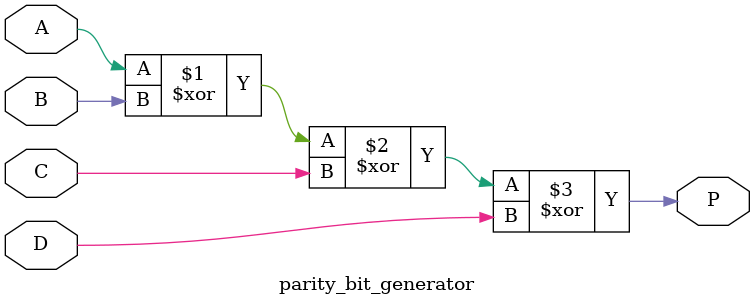
<source format=v>
`timescale 1ns / 1ps

module parity_bit_generator(
    input A,
    input B,
    input C,
    input D,
    output P
    );
    
    assign P = A ^ B ^ C ^ D;
endmodule
</source>
